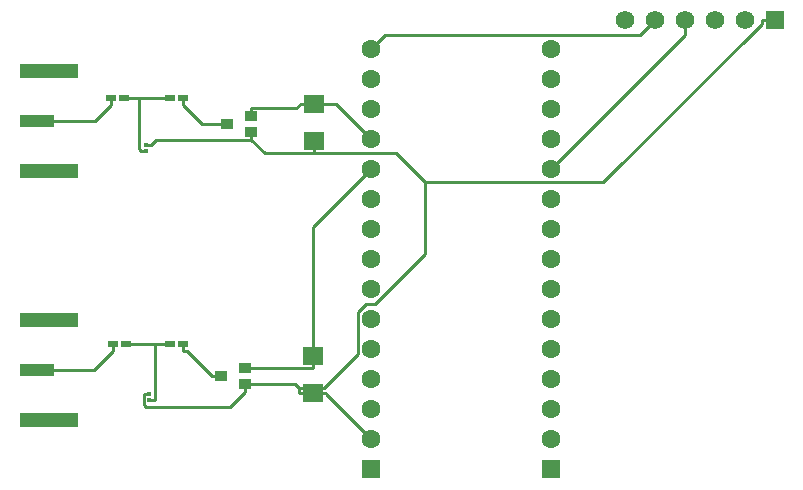
<source format=gtl>
G04 Layer: TopLayer*
G04 EasyEDA v6.5.44, 2024-08-27 10:33:55*
G04 3fde5a6329554247a190ecd3801b01c9,e183ea938b1e48739b2e3e039e877233,10*
G04 Gerber Generator version 0.2*
G04 Scale: 100 percent, Rotated: No, Reflected: No *
G04 Dimensions in millimeters *
G04 leading zeros omitted , absolute positions ,4 integer and 5 decimal *
%FSLAX45Y45*%
%MOMM*%

%AMMACRO1*21,1,$1,$2,0,0,$3*%
%ADD10C,0.2540*%
%ADD11MACRO1,1.728X1.485X0.0000*%
%ADD12R,1.7280X1.4850*%
%ADD13MACRO1,0.324X0.3685X0.0000*%
%ADD14R,0.3240X0.3684*%
%ADD15MACRO1,0.54X0.7901X90.0000*%
%ADD16R,3.0000X1.0000*%
%ADD17R,5.0000X1.3000*%
%ADD18R,1.0540X0.8260*%
%ADD19C,1.5748*%
%ADD20R,1.5748X1.5748*%
%ADD21R,1.6000X1.6000*%
%ADD22C,1.6000*%

%LPD*%
D10*
X3200400Y11906758D02*
G01*
X3086023Y11906758D01*
X2667000Y11800839D02*
G01*
X2667000Y11870105D01*
X2667000Y11870105D02*
G01*
X3049371Y11870105D01*
X3086023Y11906758D01*
X3683000Y11607800D02*
G01*
X3384041Y11906758D01*
X3200400Y11906758D01*
X3073323Y9495815D02*
G01*
X3073323Y9454642D01*
X2616200Y9535160D02*
G01*
X3033979Y9535160D01*
X3073323Y9495815D01*
X3073323Y9495815D02*
G01*
X3282695Y9495815D01*
X3571875Y9784994D01*
X3571875Y10141991D01*
X3640683Y10210800D01*
X3715893Y10210800D01*
X4137736Y10632643D01*
X4137736Y11240211D01*
X4137736Y11240211D02*
G01*
X3891915Y11486032D01*
X3200400Y11486032D01*
X6992594Y12611100D02*
G01*
X6992594Y12584429D01*
X5648375Y11240211D01*
X4137736Y11240211D01*
X2667000Y11599494D02*
G01*
X2780461Y11486032D01*
X3200400Y11486032D01*
X2667000Y11599494D02*
G01*
X1862632Y11599494D01*
X1822170Y11559031D01*
X2616200Y9535160D02*
G01*
X2616200Y9465894D01*
X1803400Y9450831D02*
G01*
X1759229Y9450831D01*
X1759229Y9450831D02*
G01*
X1756943Y9448545D01*
X1756943Y9356547D01*
X1774444Y9339046D01*
X2489352Y9339046D01*
X2616200Y9465894D01*
X3200400Y11588242D02*
G01*
X3200400Y11486032D01*
X7099300Y12611100D02*
G01*
X6992594Y12611100D01*
X1778000Y11559031D02*
G01*
X1822170Y11559031D01*
X2667000Y11668760D02*
G01*
X2667000Y11599494D01*
X3187700Y9454642D02*
G01*
X3073323Y9454642D01*
X3187700Y9454642D02*
G01*
X3302076Y9454642D01*
X3683000Y9067800D02*
G01*
X3302076Y9448723D01*
X3302076Y9454642D01*
X3187700Y9773158D02*
G01*
X3187700Y9670948D01*
X2616200Y9667239D02*
G01*
X3183991Y9667239D01*
X3187700Y9670948D01*
X3683000Y11353800D02*
G01*
X3187700Y10858500D01*
X3187700Y9773158D01*
X1718538Y11950700D02*
G01*
X1591208Y11950700D01*
X1977491Y11950700D02*
G01*
X1718538Y11950700D01*
X1718538Y11950700D02*
G01*
X1718538Y11519458D01*
X1733829Y11504168D01*
X1778000Y11504168D02*
G01*
X1733829Y11504168D01*
X1849348Y9867900D02*
G01*
X1603908Y9867900D01*
X1977491Y9867900D02*
G01*
X1849348Y9867900D01*
X1849348Y9867900D02*
G01*
X1849348Y9397745D01*
X1847570Y9395968D01*
X1803400Y9395968D02*
G01*
X1847570Y9395968D01*
X3683000Y12369800D02*
G01*
X3803268Y12490069D01*
X5962268Y12490069D01*
X6083300Y12611100D01*
X5207000Y11353800D02*
G01*
X6337300Y12484100D01*
X6337300Y12611100D01*
X1482191Y11950700D02*
G01*
X1482191Y11895734D01*
X851712Y11760200D02*
G01*
X1346657Y11760200D01*
X1482191Y11895734D01*
X2086508Y11950700D02*
G01*
X2086508Y11895734D01*
X2463800Y11734800D02*
G01*
X2247442Y11734800D01*
X2086508Y11895734D01*
X1494891Y9867900D02*
G01*
X1494891Y9812934D01*
X851712Y9652000D02*
G01*
X1333957Y9652000D01*
X1494891Y9812934D01*
X2086508Y9867900D02*
G01*
X2086508Y9812934D01*
X2413000Y9601200D02*
G01*
X2332329Y9601200D01*
X2332329Y9601200D02*
G01*
X2120595Y9812934D01*
X2086508Y9812934D01*
D11*
G01*
X3200400Y11906750D03*
D12*
G01*
X3200400Y11588242D03*
D11*
G01*
X3187700Y9773150D03*
D12*
G01*
X3187700Y9454642D03*
D13*
G01*
X1778000Y11504178D03*
D14*
G01*
X1778000Y11559031D03*
D13*
G01*
X1803400Y9395978D03*
D14*
G01*
X1803400Y9450831D03*
D15*
G01*
X1591205Y11950700D03*
G01*
X1482194Y11950700D03*
G01*
X2086505Y11950700D03*
G01*
X1977494Y11950700D03*
G01*
X1603905Y9867900D03*
G01*
X1494894Y9867900D03*
G01*
X2086505Y9867900D03*
G01*
X1977494Y9867900D03*
D16*
G01*
X851712Y11760200D03*
D17*
G01*
X951712Y11336197D03*
G01*
X951712Y12184202D03*
D16*
G01*
X851712Y9652000D03*
D17*
G01*
X951712Y9227997D03*
G01*
X951712Y10076002D03*
D18*
G01*
X2463800Y11734800D03*
G01*
X2667000Y11800839D03*
G01*
X2667000Y11668760D03*
G01*
X2413000Y9601200D03*
G01*
X2616200Y9667239D03*
G01*
X2616200Y9535160D03*
D19*
G01*
X5829300Y12611100D03*
G01*
X6083300Y12611100D03*
G01*
X6337300Y12611100D03*
G01*
X6591300Y12611100D03*
G01*
X6845300Y12611100D03*
D20*
G01*
X7099300Y12611100D03*
D21*
G01*
X5207000Y8813800D03*
D22*
G01*
X3683000Y9067800D03*
G01*
X3683000Y9575800D03*
G01*
X3683000Y10083800D03*
G01*
X3683000Y10591800D03*
G01*
X3683000Y11099800D03*
G01*
X3683000Y11607800D03*
G01*
X3683000Y12115800D03*
G01*
X5207000Y12369800D03*
G01*
X5207000Y11861800D03*
G01*
X5207000Y11353800D03*
G01*
X5207000Y10845800D03*
G01*
X5207000Y10337800D03*
G01*
X5207000Y9829800D03*
G01*
X5207000Y9321800D03*
G01*
X5207000Y9067800D03*
G01*
X5207000Y9575800D03*
G01*
X5207000Y10083800D03*
G01*
X5207000Y10591800D03*
G01*
X5207000Y11099800D03*
G01*
X5207000Y11607800D03*
G01*
X5207000Y12115800D03*
G01*
X3683000Y12369800D03*
G01*
X3683000Y11861800D03*
G01*
X3683000Y11353800D03*
G01*
X3683000Y10845800D03*
G01*
X3683000Y10337800D03*
G01*
X3683000Y9829800D03*
G01*
X3683000Y9321800D03*
D21*
G01*
X3683000Y8813800D03*
M02*

</source>
